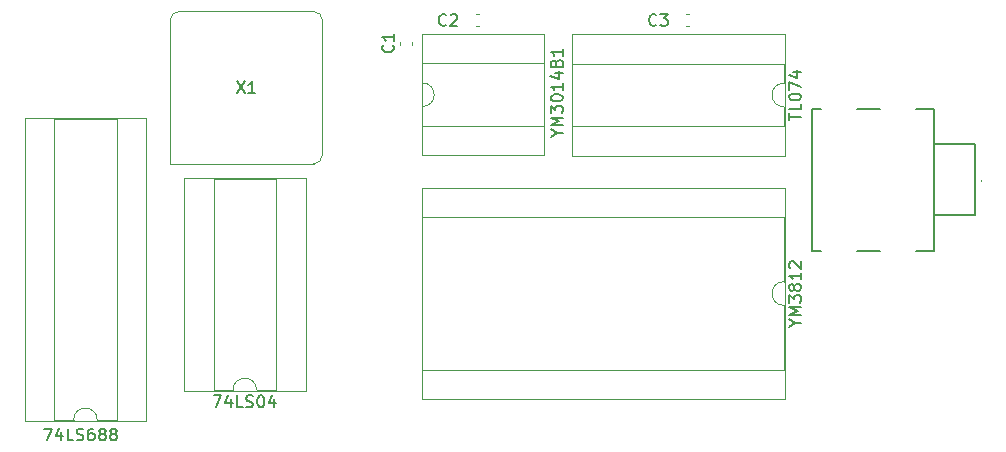
<source format=gbr>
G04 #@! TF.GenerationSoftware,KiCad,Pcbnew,(5.1.5)-3*
G04 #@! TF.CreationDate,2021-10-09T13:10:46+03:00*
G04 #@! TF.ProjectId,OPL2,4f504c32-2e6b-4696-9361-645f70636258,rev?*
G04 #@! TF.SameCoordinates,Original*
G04 #@! TF.FileFunction,Legend,Top*
G04 #@! TF.FilePolarity,Positive*
%FSLAX46Y46*%
G04 Gerber Fmt 4.6, Leading zero omitted, Abs format (unit mm)*
G04 Created by KiCad (PCBNEW (5.1.5)-3) date 2021-10-09 13:10:46*
%MOMM*%
%LPD*%
G04 APERTURE LIST*
%ADD10C,0.120000*%
%ADD11C,0.100000*%
%ADD12C,0.200000*%
%ADD13C,0.150000*%
G04 APERTURE END LIST*
D10*
X101050000Y-113390000D02*
X111330000Y-113390000D01*
X101050000Y-87750000D02*
X101050000Y-113390000D01*
X111330000Y-87750000D02*
X101050000Y-87750000D01*
X111330000Y-113390000D02*
X111330000Y-87750000D01*
X103540000Y-113330000D02*
X105190000Y-113330000D01*
X103540000Y-87810000D02*
X103540000Y-113330000D01*
X108840000Y-87810000D02*
X103540000Y-87810000D01*
X108840000Y-113330000D02*
X108840000Y-87810000D01*
X107190000Y-113330000D02*
X108840000Y-113330000D01*
X105190000Y-113330000D02*
G75*
G02X107190000Y-113330000I1000000J0D01*
G01*
X132790000Y-81565580D02*
X132790000Y-81284420D01*
X133810000Y-81565580D02*
X133810000Y-81284420D01*
X165390000Y-111570000D02*
X165390000Y-93670000D01*
X134670000Y-111570000D02*
X165390000Y-111570000D01*
X134670000Y-93670000D02*
X134670000Y-111570000D01*
X165390000Y-93670000D02*
X134670000Y-93670000D01*
X165330000Y-109080000D02*
X165330000Y-103620000D01*
X134730000Y-109080000D02*
X165330000Y-109080000D01*
X134730000Y-96160000D02*
X134730000Y-109080000D01*
X165330000Y-96160000D02*
X134730000Y-96160000D01*
X165330000Y-101620000D02*
X165330000Y-96160000D01*
X165330000Y-103620000D02*
G75*
G02X165330000Y-101620000I0J1000000D01*
G01*
X139234420Y-80010000D02*
X139515580Y-80010000D01*
X139234420Y-78990000D02*
X139515580Y-78990000D01*
X120690000Y-110800000D02*
X122340000Y-110800000D01*
X122340000Y-110800000D02*
X122340000Y-92900000D01*
X122340000Y-92900000D02*
X117040000Y-92900000D01*
X117040000Y-92900000D02*
X117040000Y-110800000D01*
X117040000Y-110800000D02*
X118690000Y-110800000D01*
X124830000Y-110860000D02*
X124830000Y-92840000D01*
X124830000Y-92840000D02*
X114550000Y-92840000D01*
X114550000Y-92840000D02*
X114550000Y-110860000D01*
X114550000Y-110860000D02*
X124830000Y-110860000D01*
X118690000Y-110800000D02*
G75*
G02X120690000Y-110800000I1000000J0D01*
G01*
X157019420Y-80010000D02*
X157300580Y-80010000D01*
X157019420Y-78990000D02*
X157300580Y-78990000D01*
X165330000Y-84810000D02*
X165330000Y-83160000D01*
X165330000Y-83160000D02*
X147430000Y-83160000D01*
X147430000Y-83160000D02*
X147430000Y-88460000D01*
X147430000Y-88460000D02*
X165330000Y-88460000D01*
X165330000Y-88460000D02*
X165330000Y-86810000D01*
X165390000Y-80670000D02*
X147370000Y-80670000D01*
X147370000Y-80670000D02*
X147370000Y-90950000D01*
X147370000Y-90950000D02*
X165390000Y-90950000D01*
X165390000Y-90950000D02*
X165390000Y-80670000D01*
X165330000Y-86810000D02*
G75*
G02X165330000Y-84810000I0J1000000D01*
G01*
X113360000Y-91640000D02*
X125510000Y-91640000D01*
X126260000Y-90890000D02*
X126260000Y-79490000D01*
X125510000Y-78740000D02*
X114110000Y-78740000D01*
X113360000Y-79490000D02*
X113360000Y-91640000D01*
X114110000Y-78740000D02*
G75*
G03X113360000Y-79490000I0J-750000D01*
G01*
X126260000Y-79490000D02*
G75*
G03X125510000Y-78740000I-750000J0D01*
G01*
X125510000Y-91640000D02*
G75*
G03X126260000Y-90890000I0J750000D01*
G01*
X134720000Y-86790000D02*
X134720000Y-88440000D01*
X134720000Y-88440000D02*
X145000000Y-88440000D01*
X145000000Y-88440000D02*
X145000000Y-83140000D01*
X145000000Y-83140000D02*
X134720000Y-83140000D01*
X134720000Y-83140000D02*
X134720000Y-84790000D01*
X134660000Y-90930000D02*
X145060000Y-90930000D01*
X145060000Y-90930000D02*
X145060000Y-80650000D01*
X145060000Y-80650000D02*
X134660000Y-80650000D01*
X134660000Y-80650000D02*
X134660000Y-90930000D01*
X134720000Y-84790000D02*
G75*
G02X134720000Y-86790000I0J-1000000D01*
G01*
D11*
X182000000Y-93100000D02*
X182000000Y-93100000D01*
X182000000Y-93000000D02*
X182000000Y-93000000D01*
D12*
X167700000Y-87000000D02*
X168500000Y-87000000D01*
X167700000Y-99000000D02*
X167700000Y-87000000D01*
X168500000Y-99000000D02*
X167700000Y-99000000D01*
X173500000Y-87000000D02*
X171500000Y-87000000D01*
X173500000Y-99000000D02*
X171500000Y-99000000D01*
X178000000Y-87000000D02*
X176500000Y-87000000D01*
X178000000Y-99000000D02*
X178000000Y-87000000D01*
X176500000Y-99000000D02*
X178000000Y-99000000D01*
X176500000Y-99000000D02*
X176500000Y-99000000D01*
X181500000Y-96000000D02*
X178000000Y-96000000D01*
X181500000Y-90000000D02*
X181500000Y-96000000D01*
X178000000Y-90000000D02*
X181500000Y-90000000D01*
D11*
X182000000Y-93000000D02*
G75*
G02X182000000Y-93100000I0J-50000D01*
G01*
X182000000Y-93100000D02*
G75*
G02X182000000Y-93000000I0J50000D01*
G01*
D13*
X102680952Y-114052380D02*
X103347619Y-114052380D01*
X102919047Y-115052380D01*
X104157142Y-114385714D02*
X104157142Y-115052380D01*
X103919047Y-114004761D02*
X103680952Y-114719047D01*
X104300000Y-114719047D01*
X105157142Y-115052380D02*
X104680952Y-115052380D01*
X104680952Y-114052380D01*
X105442857Y-115004761D02*
X105585714Y-115052380D01*
X105823809Y-115052380D01*
X105919047Y-115004761D01*
X105966666Y-114957142D01*
X106014285Y-114861904D01*
X106014285Y-114766666D01*
X105966666Y-114671428D01*
X105919047Y-114623809D01*
X105823809Y-114576190D01*
X105633333Y-114528571D01*
X105538095Y-114480952D01*
X105490476Y-114433333D01*
X105442857Y-114338095D01*
X105442857Y-114242857D01*
X105490476Y-114147619D01*
X105538095Y-114100000D01*
X105633333Y-114052380D01*
X105871428Y-114052380D01*
X106014285Y-114100000D01*
X106871428Y-114052380D02*
X106680952Y-114052380D01*
X106585714Y-114100000D01*
X106538095Y-114147619D01*
X106442857Y-114290476D01*
X106395238Y-114480952D01*
X106395238Y-114861904D01*
X106442857Y-114957142D01*
X106490476Y-115004761D01*
X106585714Y-115052380D01*
X106776190Y-115052380D01*
X106871428Y-115004761D01*
X106919047Y-114957142D01*
X106966666Y-114861904D01*
X106966666Y-114623809D01*
X106919047Y-114528571D01*
X106871428Y-114480952D01*
X106776190Y-114433333D01*
X106585714Y-114433333D01*
X106490476Y-114480952D01*
X106442857Y-114528571D01*
X106395238Y-114623809D01*
X107538095Y-114480952D02*
X107442857Y-114433333D01*
X107395238Y-114385714D01*
X107347619Y-114290476D01*
X107347619Y-114242857D01*
X107395238Y-114147619D01*
X107442857Y-114100000D01*
X107538095Y-114052380D01*
X107728571Y-114052380D01*
X107823809Y-114100000D01*
X107871428Y-114147619D01*
X107919047Y-114242857D01*
X107919047Y-114290476D01*
X107871428Y-114385714D01*
X107823809Y-114433333D01*
X107728571Y-114480952D01*
X107538095Y-114480952D01*
X107442857Y-114528571D01*
X107395238Y-114576190D01*
X107347619Y-114671428D01*
X107347619Y-114861904D01*
X107395238Y-114957142D01*
X107442857Y-115004761D01*
X107538095Y-115052380D01*
X107728571Y-115052380D01*
X107823809Y-115004761D01*
X107871428Y-114957142D01*
X107919047Y-114861904D01*
X107919047Y-114671428D01*
X107871428Y-114576190D01*
X107823809Y-114528571D01*
X107728571Y-114480952D01*
X108490476Y-114480952D02*
X108395238Y-114433333D01*
X108347619Y-114385714D01*
X108300000Y-114290476D01*
X108300000Y-114242857D01*
X108347619Y-114147619D01*
X108395238Y-114100000D01*
X108490476Y-114052380D01*
X108680952Y-114052380D01*
X108776190Y-114100000D01*
X108823809Y-114147619D01*
X108871428Y-114242857D01*
X108871428Y-114290476D01*
X108823809Y-114385714D01*
X108776190Y-114433333D01*
X108680952Y-114480952D01*
X108490476Y-114480952D01*
X108395238Y-114528571D01*
X108347619Y-114576190D01*
X108300000Y-114671428D01*
X108300000Y-114861904D01*
X108347619Y-114957142D01*
X108395238Y-115004761D01*
X108490476Y-115052380D01*
X108680952Y-115052380D01*
X108776190Y-115004761D01*
X108823809Y-114957142D01*
X108871428Y-114861904D01*
X108871428Y-114671428D01*
X108823809Y-114576190D01*
X108776190Y-114528571D01*
X108680952Y-114480952D01*
X132227142Y-81591666D02*
X132274761Y-81639285D01*
X132322380Y-81782142D01*
X132322380Y-81877380D01*
X132274761Y-82020238D01*
X132179523Y-82115476D01*
X132084285Y-82163095D01*
X131893809Y-82210714D01*
X131750952Y-82210714D01*
X131560476Y-82163095D01*
X131465238Y-82115476D01*
X131370000Y-82020238D01*
X131322380Y-81877380D01*
X131322380Y-81782142D01*
X131370000Y-81639285D01*
X131417619Y-81591666D01*
X132322380Y-80639285D02*
X132322380Y-81210714D01*
X132322380Y-80925000D02*
X131322380Y-80925000D01*
X131465238Y-81020238D01*
X131560476Y-81115476D01*
X131608095Y-81210714D01*
X166306190Y-105096190D02*
X166782380Y-105096190D01*
X165782380Y-105429523D02*
X166306190Y-105096190D01*
X165782380Y-104762857D01*
X166782380Y-104429523D02*
X165782380Y-104429523D01*
X166496666Y-104096190D01*
X165782380Y-103762857D01*
X166782380Y-103762857D01*
X165782380Y-103381904D02*
X165782380Y-102762857D01*
X166163333Y-103096190D01*
X166163333Y-102953333D01*
X166210952Y-102858095D01*
X166258571Y-102810476D01*
X166353809Y-102762857D01*
X166591904Y-102762857D01*
X166687142Y-102810476D01*
X166734761Y-102858095D01*
X166782380Y-102953333D01*
X166782380Y-103239047D01*
X166734761Y-103334285D01*
X166687142Y-103381904D01*
X166210952Y-102191428D02*
X166163333Y-102286666D01*
X166115714Y-102334285D01*
X166020476Y-102381904D01*
X165972857Y-102381904D01*
X165877619Y-102334285D01*
X165830000Y-102286666D01*
X165782380Y-102191428D01*
X165782380Y-102000952D01*
X165830000Y-101905714D01*
X165877619Y-101858095D01*
X165972857Y-101810476D01*
X166020476Y-101810476D01*
X166115714Y-101858095D01*
X166163333Y-101905714D01*
X166210952Y-102000952D01*
X166210952Y-102191428D01*
X166258571Y-102286666D01*
X166306190Y-102334285D01*
X166401428Y-102381904D01*
X166591904Y-102381904D01*
X166687142Y-102334285D01*
X166734761Y-102286666D01*
X166782380Y-102191428D01*
X166782380Y-102000952D01*
X166734761Y-101905714D01*
X166687142Y-101858095D01*
X166591904Y-101810476D01*
X166401428Y-101810476D01*
X166306190Y-101858095D01*
X166258571Y-101905714D01*
X166210952Y-102000952D01*
X166782380Y-100858095D02*
X166782380Y-101429523D01*
X166782380Y-101143809D02*
X165782380Y-101143809D01*
X165925238Y-101239047D01*
X166020476Y-101334285D01*
X166068095Y-101429523D01*
X165877619Y-100477142D02*
X165830000Y-100429523D01*
X165782380Y-100334285D01*
X165782380Y-100096190D01*
X165830000Y-100000952D01*
X165877619Y-99953333D01*
X165972857Y-99905714D01*
X166068095Y-99905714D01*
X166210952Y-99953333D01*
X166782380Y-100524761D01*
X166782380Y-99905714D01*
X136733333Y-79857142D02*
X136685714Y-79904761D01*
X136542857Y-79952380D01*
X136447619Y-79952380D01*
X136304761Y-79904761D01*
X136209523Y-79809523D01*
X136161904Y-79714285D01*
X136114285Y-79523809D01*
X136114285Y-79380952D01*
X136161904Y-79190476D01*
X136209523Y-79095238D01*
X136304761Y-79000000D01*
X136447619Y-78952380D01*
X136542857Y-78952380D01*
X136685714Y-79000000D01*
X136733333Y-79047619D01*
X137114285Y-79047619D02*
X137161904Y-79000000D01*
X137257142Y-78952380D01*
X137495238Y-78952380D01*
X137590476Y-79000000D01*
X137638095Y-79047619D01*
X137685714Y-79142857D01*
X137685714Y-79238095D01*
X137638095Y-79380952D01*
X137066666Y-79952380D01*
X137685714Y-79952380D01*
X117047142Y-111252380D02*
X117713809Y-111252380D01*
X117285238Y-112252380D01*
X118523333Y-111585714D02*
X118523333Y-112252380D01*
X118285238Y-111204761D02*
X118047142Y-111919047D01*
X118666190Y-111919047D01*
X119523333Y-112252380D02*
X119047142Y-112252380D01*
X119047142Y-111252380D01*
X119809047Y-112204761D02*
X119951904Y-112252380D01*
X120190000Y-112252380D01*
X120285238Y-112204761D01*
X120332857Y-112157142D01*
X120380476Y-112061904D01*
X120380476Y-111966666D01*
X120332857Y-111871428D01*
X120285238Y-111823809D01*
X120190000Y-111776190D01*
X119999523Y-111728571D01*
X119904285Y-111680952D01*
X119856666Y-111633333D01*
X119809047Y-111538095D01*
X119809047Y-111442857D01*
X119856666Y-111347619D01*
X119904285Y-111300000D01*
X119999523Y-111252380D01*
X120237619Y-111252380D01*
X120380476Y-111300000D01*
X120999523Y-111252380D02*
X121094761Y-111252380D01*
X121190000Y-111300000D01*
X121237619Y-111347619D01*
X121285238Y-111442857D01*
X121332857Y-111633333D01*
X121332857Y-111871428D01*
X121285238Y-112061904D01*
X121237619Y-112157142D01*
X121190000Y-112204761D01*
X121094761Y-112252380D01*
X120999523Y-112252380D01*
X120904285Y-112204761D01*
X120856666Y-112157142D01*
X120809047Y-112061904D01*
X120761428Y-111871428D01*
X120761428Y-111633333D01*
X120809047Y-111442857D01*
X120856666Y-111347619D01*
X120904285Y-111300000D01*
X120999523Y-111252380D01*
X122190000Y-111585714D02*
X122190000Y-112252380D01*
X121951904Y-111204761D02*
X121713809Y-111919047D01*
X122332857Y-111919047D01*
X154533333Y-79857142D02*
X154485714Y-79904761D01*
X154342857Y-79952380D01*
X154247619Y-79952380D01*
X154104761Y-79904761D01*
X154009523Y-79809523D01*
X153961904Y-79714285D01*
X153914285Y-79523809D01*
X153914285Y-79380952D01*
X153961904Y-79190476D01*
X154009523Y-79095238D01*
X154104761Y-79000000D01*
X154247619Y-78952380D01*
X154342857Y-78952380D01*
X154485714Y-79000000D01*
X154533333Y-79047619D01*
X154866666Y-78952380D02*
X155485714Y-78952380D01*
X155152380Y-79333333D01*
X155295238Y-79333333D01*
X155390476Y-79380952D01*
X155438095Y-79428571D01*
X155485714Y-79523809D01*
X155485714Y-79761904D01*
X155438095Y-79857142D01*
X155390476Y-79904761D01*
X155295238Y-79952380D01*
X155009523Y-79952380D01*
X154914285Y-79904761D01*
X154866666Y-79857142D01*
X165782380Y-87929047D02*
X165782380Y-87357619D01*
X166782380Y-87643333D02*
X165782380Y-87643333D01*
X166782380Y-86548095D02*
X166782380Y-87024285D01*
X165782380Y-87024285D01*
X165782380Y-86024285D02*
X165782380Y-85929047D01*
X165830000Y-85833809D01*
X165877619Y-85786190D01*
X165972857Y-85738571D01*
X166163333Y-85690952D01*
X166401428Y-85690952D01*
X166591904Y-85738571D01*
X166687142Y-85786190D01*
X166734761Y-85833809D01*
X166782380Y-85929047D01*
X166782380Y-86024285D01*
X166734761Y-86119523D01*
X166687142Y-86167142D01*
X166591904Y-86214761D01*
X166401428Y-86262380D01*
X166163333Y-86262380D01*
X165972857Y-86214761D01*
X165877619Y-86167142D01*
X165830000Y-86119523D01*
X165782380Y-86024285D01*
X165782380Y-85357619D02*
X165782380Y-84690952D01*
X166782380Y-85119523D01*
X166115714Y-83881428D02*
X166782380Y-83881428D01*
X165734761Y-84119523D02*
X166449047Y-84357619D01*
X166449047Y-83738571D01*
X119000476Y-84652380D02*
X119667142Y-85652380D01*
X119667142Y-84652380D02*
X119000476Y-85652380D01*
X120571904Y-85652380D02*
X120000476Y-85652380D01*
X120286190Y-85652380D02*
X120286190Y-84652380D01*
X120190952Y-84795238D01*
X120095714Y-84890476D01*
X120000476Y-84938095D01*
X146126190Y-89052380D02*
X146602380Y-89052380D01*
X145602380Y-89385714D02*
X146126190Y-89052380D01*
X145602380Y-88719047D01*
X146602380Y-88385714D02*
X145602380Y-88385714D01*
X146316666Y-88052380D01*
X145602380Y-87719047D01*
X146602380Y-87719047D01*
X145602380Y-87338095D02*
X145602380Y-86719047D01*
X145983333Y-87052380D01*
X145983333Y-86909523D01*
X146030952Y-86814285D01*
X146078571Y-86766666D01*
X146173809Y-86719047D01*
X146411904Y-86719047D01*
X146507142Y-86766666D01*
X146554761Y-86814285D01*
X146602380Y-86909523D01*
X146602380Y-87195238D01*
X146554761Y-87290476D01*
X146507142Y-87338095D01*
X145602380Y-86100000D02*
X145602380Y-86004761D01*
X145650000Y-85909523D01*
X145697619Y-85861904D01*
X145792857Y-85814285D01*
X145983333Y-85766666D01*
X146221428Y-85766666D01*
X146411904Y-85814285D01*
X146507142Y-85861904D01*
X146554761Y-85909523D01*
X146602380Y-86004761D01*
X146602380Y-86100000D01*
X146554761Y-86195238D01*
X146507142Y-86242857D01*
X146411904Y-86290476D01*
X146221428Y-86338095D01*
X145983333Y-86338095D01*
X145792857Y-86290476D01*
X145697619Y-86242857D01*
X145650000Y-86195238D01*
X145602380Y-86100000D01*
X146602380Y-84814285D02*
X146602380Y-85385714D01*
X146602380Y-85100000D02*
X145602380Y-85100000D01*
X145745238Y-85195238D01*
X145840476Y-85290476D01*
X145888095Y-85385714D01*
X145935714Y-83957142D02*
X146602380Y-83957142D01*
X145554761Y-84195238D02*
X146269047Y-84433333D01*
X146269047Y-83814285D01*
X146078571Y-83100000D02*
X146126190Y-82957142D01*
X146173809Y-82909523D01*
X146269047Y-82861904D01*
X146411904Y-82861904D01*
X146507142Y-82909523D01*
X146554761Y-82957142D01*
X146602380Y-83052380D01*
X146602380Y-83433333D01*
X145602380Y-83433333D01*
X145602380Y-83100000D01*
X145650000Y-83004761D01*
X145697619Y-82957142D01*
X145792857Y-82909523D01*
X145888095Y-82909523D01*
X145983333Y-82957142D01*
X146030952Y-83004761D01*
X146078571Y-83100000D01*
X146078571Y-83433333D01*
X146602380Y-81909523D02*
X146602380Y-82480952D01*
X146602380Y-82195238D02*
X145602380Y-82195238D01*
X145745238Y-82290476D01*
X145840476Y-82385714D01*
X145888095Y-82480952D01*
M02*

</source>
